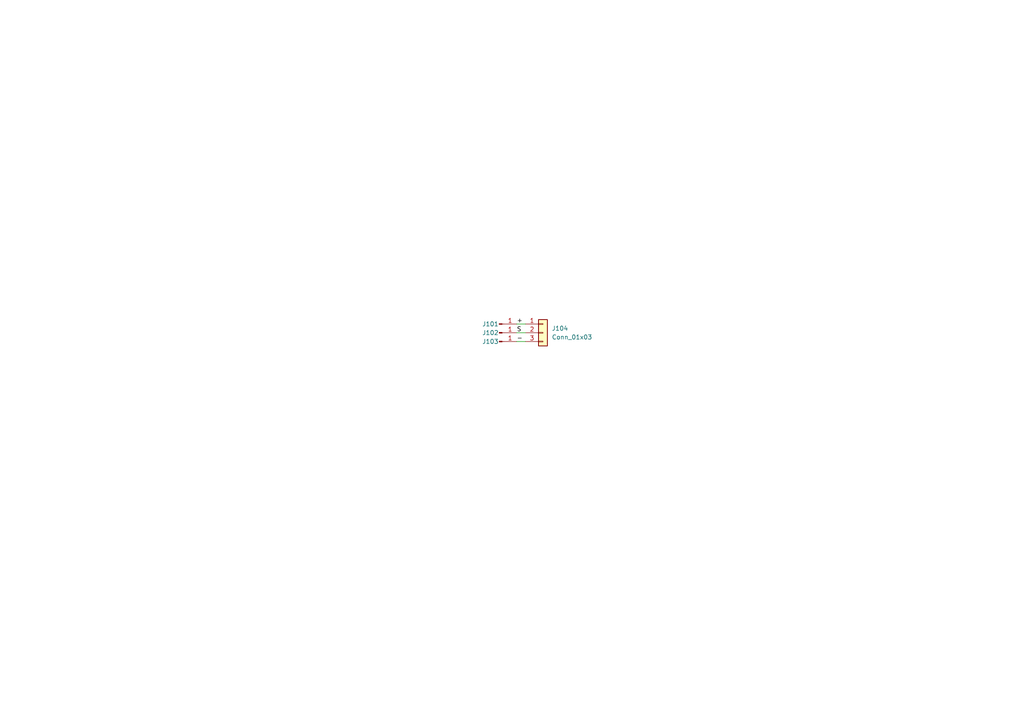
<source format=kicad_sch>
(kicad_sch (version 20211123) (generator eeschema)
  (paper "A4")
  (lib_symbols
    (symbol "Connector:Conn_01x01_Male" (pin_names (offset 1.016) hide)
      (property "Reference" "J" (at 0 2.54 0))
      (property "Value" "Conn_01x01_Male" (at 0 -2.54 0))
      (symbol "Conn_01x01_Male_1_1"
        (polyline (pts (xy 1.27 0) (xy 0.8636 0)) (stroke (width 0.1524)))
        (rectangle (start 0.8636 0.127) (end 0 -0.127) (stroke (width 0.1524)) (fill (type outline)))
        (pin passive line (at 5.08 0 180) (length 3.81) (name "Pin_1") (number "1"))
      )
    )
    (symbol "Connector_Generic:Conn_01x03" (pin_names (offset 1.016) hide)
      (property "Reference" "J" (at 0 5.08 0))
      (property "Value" "Conn_01x03" (at 0 -5.08 0))
      (symbol "Conn_01x03_1_1"
        (rectangle (start -1.27 -2.413) (end 0 -2.667) (stroke (width 0.1524)))
        (rectangle (start -1.27 0.127) (end 0 -0.127) (stroke (width 0.1524)))
        (rectangle (start -1.27 2.667) (end 0 2.413) (stroke (width 0.1524)))
        (rectangle (start -1.27 3.81) (end 1.27 -3.81) (stroke (width 0.254)) (fill (type background)))
        (pin passive line (at -5.08 2.54 0) (length 3.81) (name "Pin_1") (number "1"))
        (pin passive line (at -5.08 0 0) (length 3.81) (name "Pin_2") (number "2"))
        (pin passive line (at -5.08 -2.54 0) (length 3.81) (name "Pin_3") (number "3"))
      )
    )
  )
  (wire (pts (xy 149.86 96.52) (xy 152.4 96.52)))
  (wire (pts (xy 149.86 99.06) (xy 152.4 99.06)))
  (wire (pts (xy 149.86 93.98) (xy 152.4 93.98)))
  (label "+" (at 149.86 93.98 0))
  (label "S" (at 149.86 96.52 0))
  (label "-" (at 149.86 99.06 0))
  (symbol (lib_id "Connector_Generic:Conn_01x03") (at 157.48 96.52 0) (unit 1)
    (property "Reference" "J104" (at 160.02 95.2499 0) (effects (justify left)))
    (property "Value" "Conn_01x03" (at 160.02 97.7899 0) (effects (justify left)))
    (property "Footprint" "Connector_PinHeader_2.00mm:PinHeader_1x03_P2.00mm_Vertical_SMD_Pin1Left" (effects hide))
  )
  (symbol (lib_id "Connector:Conn_01x01_Male") (at 144.78 99.06 0) (unit 1)
    (property "Reference" "J103" (at 142.24 99.06 0))
    (property "Value" "120220-0204" (effects hide))
    (property "Footprint" "footprints:120220-0204" (effects hide))
  )
  (symbol (lib_id "Connector:Conn_01x01_Male") (at 144.78 96.52 0) (unit 1)
    (property "Reference" "J102" (at 142.24 96.52 0))
    (property "Value" "120220-0204" (effects hide))
    (property "Footprint" "footprints:120220-0204" (effects hide))
  )
  (symbol (lib_id "Connector:Conn_01x01_Male") (at 144.78 93.98 0) (unit 1)
    (property "Reference" "J101" (at 142.24 93.98 0))
    (property "Value" "120220-0204" (effects hide))
    (property "Footprint" "footprints:120220-0204" (effects hide))
  )
)
</source>
